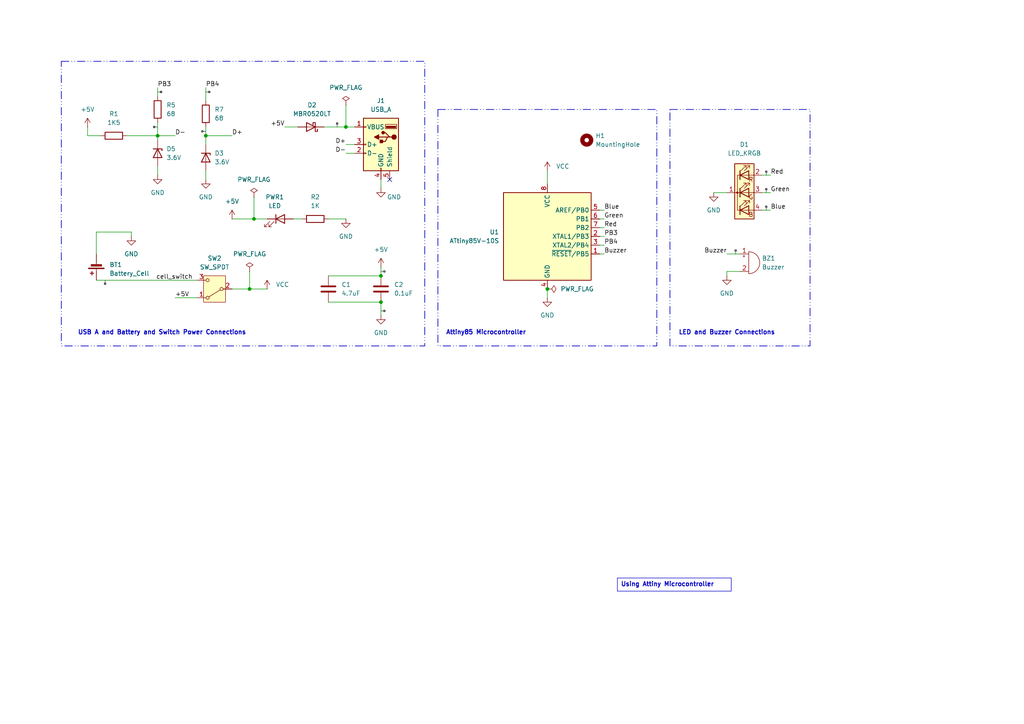
<source format=kicad_sch>
(kicad_sch (version 20231120) (generator "eeschema") (generator_version "8.0")
  (paper "A4")
  (title_block (title "Programmable RGB and Buzzer with USB") (date "2024-07-05") (rev "v.01") (company "Vaibhav Nrupnarayan"))
  (lib_symbols
    (symbol "Connector:USB_A" (pin_names (offset 1.016))
      (property "Reference" "J" (at -5.08 11.43 0))
      (property "Value" "USB_A" (at -5.08 8.89 0))
      (symbol "USB_A_0_1"
        (rectangle (start -5.08 -7.62) (end 5.08 7.62) (stroke (width 0.254)) (fill (type background)))
        (circle (center -3.81 2.159) (radius 0.635) (stroke (width 0.254)) (fill (type outline)))
        (rectangle (start -1.524 4.826) (end -4.318 5.334) (fill (type outline)))
        (rectangle (start -1.27 4.572) (end -4.572 5.842))
        (circle (center -0.635 3.429) (radius 0.381) (stroke (width 0.254)) (fill (type outline)))
        (rectangle (start -0.127 -7.62) (end 0.127 -6.858))
        (polyline (pts (xy -3.175 2.159) (xy -2.54 2.159) (xy -1.27 3.429) (xy -0.635 3.429)) (stroke (width 0.254)))
        (polyline (pts (xy -2.54 2.159) (xy -1.905 2.159) (xy -1.27 0.889) (xy 0 0.889)) (stroke (width 0.254)))
        (polyline (pts (xy 0.635 2.794) (xy 0.635 1.524) (xy 1.905 2.159) (xy 0.635 2.794)) (stroke (width 0.254)) (fill (type outline)))
        (rectangle (start 0.254 1.27) (end -0.508 0.508) (stroke (width 0.254)) (fill (type outline)))
        (rectangle (start 5.08 -2.667) (end 4.318 -2.413))
        (rectangle (start 5.08 -0.127) (end 4.318 0.127))
        (rectangle (start 5.08 4.953) (end 4.318 5.207))
      )
      (symbol "USB_A_1_1"
        (polyline (pts (xy -1.905 2.159) (xy 0.635 2.159)) (stroke (width 0.254)))
        (pin power_in line (at 7.62 5.08 180) (length 2.54) (name "VBUS") (number "1"))
        (pin bidirectional line (at 7.62 -2.54 180) (length 2.54) (name "D-") (number "2"))
        (pin bidirectional line (at 7.62 0 180) (length 2.54) (name "D+") (number "3"))
        (pin power_in line (at 0 -10.16 90) (length 2.54) (name "GND") (number "4"))
        (pin passive line (at -2.54 -10.16 90) (length 2.54) (name "Shield") (number "5"))
      )
    )
    (symbol "Device:Battery_Cell" (pin_numbers hide) (pin_names (offset 0) hide)
      (property "Reference" "BT" (at 2.54 2.54 0))
      (property "Value" "Battery_Cell" (at 2.54 0 0))
      (symbol "Battery_Cell_0_1"
        (rectangle (start -2.286 1.778) (end 2.286 1.524) (fill (type outline)))
        (rectangle (start -1.524 1.016) (end 1.524 0.508) (fill (type outline)))
        (polyline (pts (xy 0 0.762) (xy 0 0)))
        (polyline (pts (xy 0 1.778) (xy 0 2.54)))
        (polyline (pts (xy 0.762 3.048) (xy 1.778 3.048)) (stroke (width 0.254)))
        (polyline (pts (xy 1.27 3.556) (xy 1.27 2.54)) (stroke (width 0.254)))
      )
      (symbol "Battery_Cell_1_1"
        (pin passive line (at 0 5.08 270) (length 2.54) (name "+") (number "1"))
        (pin passive line (at 0 -2.54 90) (length 2.54) (name "-") (number "2"))
      )
    )
    (symbol "Device:Buzzer" (pin_names (offset 0.0254) hide)
      (property "Reference" "BZ" (at 3.81 1.27 0))
      (property "Value" "Buzzer" (at 3.81 -1.27 0))
      (symbol "Buzzer_0_1"
        (arc (start 0 -3.175) (mid 3.1612 0) (end 0 3.175))
        (polyline (pts (xy -1.651 1.905) (xy -1.143 1.905)))
        (polyline (pts (xy -1.397 2.159) (xy -1.397 1.651)))
        (polyline (pts (xy 0 3.175) (xy 0 -3.175)))
      )
      (symbol "Buzzer_1_1"
        (pin passive line (at -2.54 2.54 0) (length 2.54) (name "+") (number "1"))
        (pin passive line (at -2.54 -2.54 0) (length 2.54) (name "-") (number "2"))
      )
    )
    (symbol "Device:C" (pin_numbers hide) (pin_names (offset 0.254))
      (property "Reference" "C" (at 0.635 2.54 0))
      (property "Value" "C" (at 0.635 -2.54 0))
      (symbol "C_0_1"
        (polyline (pts (xy -2.032 -0.762) (xy 2.032 -0.762)) (stroke (width 0.508)))
        (polyline (pts (xy -2.032 0.762) (xy 2.032 0.762)) (stroke (width 0.508)))
      )
      (symbol "C_1_1"
        (pin passive line (at 0 3.81 270) (length 2.794) (name "~") (number "1"))
        (pin passive line (at 0 -3.81 90) (length 2.794) (name "~") (number "2"))
      )
    )
    (symbol "Device:D_Zener" (pin_numbers hide) (pin_names (offset 1.016) hide)
      (property "Reference" "D" (at 0 2.54 0))
      (property "Value" "D_Zener" (at 0 -2.54 0))
      (symbol "D_Zener_0_1"
        (polyline (pts (xy 1.27 0) (xy -1.27 0)))
        (polyline (pts (xy -1.27 -1.27) (xy -1.27 1.27) (xy -0.762 1.27)) (stroke (width 0.254)))
        (polyline (pts (xy 1.27 -1.27) (xy 1.27 1.27) (xy -1.27 0) (xy 1.27 -1.27)) (stroke (width 0.254)))
      )
      (symbol "D_Zener_1_1"
        (pin passive line (at -3.81 0 0) (length 2.54) (name "K") (number "1"))
        (pin passive line (at 3.81 0 180) (length 2.54) (name "A") (number "2"))
      )
    )
    (symbol "Device:LED" (pin_numbers hide) (pin_names (offset 1.016) hide)
      (property "Reference" "D" (at 0 2.54 0))
      (property "Value" "LED" (at 0 -2.54 0))
      (symbol "LED_0_1"
        (polyline (pts (xy -1.27 -1.27) (xy -1.27 1.27)) (stroke (width 0.254)))
        (polyline (pts (xy -1.27 0) (xy 1.27 0)))
        (polyline (pts (xy 1.27 -1.27) (xy 1.27 1.27) (xy -1.27 0) (xy 1.27 -1.27)) (stroke (width 0.254)))
        (polyline (pts (xy -3.048 -0.762) (xy -4.572 -2.286) (xy -3.81 -2.286) (xy -4.572 -2.286) (xy -4.572 -1.524)))
        (polyline (pts (xy -1.778 -0.762) (xy -3.302 -2.286) (xy -2.54 -2.286) (xy -3.302 -2.286) (xy -3.302 -1.524)))
      )
      (symbol "LED_1_1"
        (pin passive line (at -3.81 0 0) (length 2.54) (name "K") (number "1"))
        (pin passive line (at 3.81 0 180) (length 2.54) (name "A") (number "2"))
      )
    )
    (symbol "Device:LED_KRGB" (pin_names (offset 0) hide)
      (property "Reference" "D" (at 0 9.398 0))
      (property "Value" "LED_KRGB" (at 0 -8.89 0))
      (symbol "LED_KRGB_0_0"
        (text "B" (at 1.905 -6.35 0) (effects (font (size 1.27 1.27))))
        (text "G" (at 1.905 -1.27 0) (effects (font (size 1.27 1.27))))
        (text "R" (at 1.905 3.81 0) (effects (font (size 1.27 1.27))))
      )
      (symbol "LED_KRGB_0_1"
        (circle (center -2.032 0) (radius 0.254) (fill (type outline)))
        (polyline (pts (xy -1.27 -5.08) (xy 1.27 -5.08)))
        (polyline (pts (xy -1.27 -3.81) (xy -1.27 -6.35)) (stroke (width 0.254)))
        (polyline (pts (xy -1.27 0) (xy -2.54 0)))
        (polyline (pts (xy -1.27 1.27) (xy -1.27 -1.27)) (stroke (width 0.254)))
        (polyline (pts (xy -1.27 5.08) (xy 1.27 5.08)))
        (polyline (pts (xy -1.27 6.35) (xy -1.27 3.81)) (stroke (width 0.254)))
        (polyline (pts (xy 1.27 -5.08) (xy 2.54 -5.08)))
        (polyline (pts (xy 1.27 0) (xy -1.27 0)))
        (polyline (pts (xy 1.27 0) (xy 2.54 0)))
        (polyline (pts (xy 1.27 5.08) (xy 2.54 5.08)))
        (polyline (pts (xy -1.27 1.27) (xy -1.27 -1.27) (xy -1.27 -1.27)))
        (polyline (pts (xy -1.27 6.35) (xy -1.27 3.81) (xy -1.27 3.81)))
        (polyline (pts (xy -1.27 5.08) (xy -2.032 5.08) (xy -2.032 -5.08) (xy -1.016 -5.08)))
        (polyline (pts (xy 1.27 -3.81) (xy 1.27 -6.35) (xy -1.27 -5.08) (xy 1.27 -3.81)) (stroke (width 0.254)))
        (polyline (pts (xy 1.27 1.27) (xy 1.27 -1.27) (xy -1.27 0) (xy 1.27 1.27)) (stroke (width 0.254)))
        (polyline (pts (xy 1.27 6.35) (xy 1.27 3.81) (xy -1.27 5.08) (xy 1.27 6.35)) (stroke (width 0.254)))
        (polyline (pts (xy -1.016 -3.81) (xy 0.508 -2.286) (xy -0.254 -2.286) (xy 0.508 -2.286) (xy 0.508 -3.048)))
        (polyline (pts (xy -1.016 1.27) (xy 0.508 2.794) (xy -0.254 2.794) (xy 0.508 2.794) (xy 0.508 2.032)))
        (polyline (pts (xy -1.016 6.35) (xy 0.508 7.874) (xy -0.254 7.874) (xy 0.508 7.874) (xy 0.508 7.112)))
        (polyline (pts (xy 0 -3.81) (xy 1.524 -2.286) (xy 0.762 -2.286) (xy 1.524 -2.286) (xy 1.524 -3.048)))
        (polyline (pts (xy 0 1.27) (xy 1.524 2.794) (xy 0.762 2.794) (xy 1.524 2.794) (xy 1.524 2.032)))
        (polyline (pts (xy 0 6.35) (xy 1.524 7.874) (xy 0.762 7.874) (xy 1.524 7.874) (xy 1.524 7.112)))
        (rectangle (start 1.27 -1.27) (end 1.27 1.27))
        (rectangle (start 1.27 1.27) (end 1.27 1.27))
        (rectangle (start 1.27 3.81) (end 1.27 6.35))
        (rectangle (start 1.27 6.35) (end 1.27 6.35))
        (rectangle (start 2.794 8.382) (end -2.794 -7.62) (stroke (width 0.254)) (fill (type background)))
      )
      (symbol "LED_KRGB_1_1"
        (pin passive line (at -5.08 0 0) (length 2.54) (name "K") (number "1"))
        (pin passive line (at 5.08 5.08 180) (length 2.54) (name "RA") (number "2"))
        (pin passive line (at 5.08 0 180) (length 2.54) (name "GA") (number "3"))
        (pin passive line (at 5.08 -5.08 180) (length 2.54) (name "BA") (number "4"))
      )
    )
    (symbol "Device:R" (pin_numbers hide) (pin_names (offset 0))
      (property "Reference" "R" (at 2.032 0 90))
      (property "Value" "R" (at 0 0 90))
      (symbol "R_0_1"
        (rectangle (start -1.016 -2.54) (end 1.016 2.54) (stroke (width 0.254)))
      )
      (symbol "R_1_1"
        (pin passive line (at 0 3.81 270) (length 1.27) (name "~") (number "1"))
        (pin passive line (at 0 -3.81 90) (length 1.27) (name "~") (number "2"))
      )
    )
    (symbol "Diode:MBR0520LT" (pin_numbers hide) (pin_names (offset 1.016) hide)
      (property "Reference" "D" (at 0 2.54 0))
      (property "Value" "MBR0520LT" (at 0 -2.54 0))
      (symbol "MBR0520LT_0_1"
        (polyline (pts (xy 1.27 0) (xy -1.27 0)))
        (polyline (pts (xy 1.27 1.27) (xy 1.27 -1.27) (xy -1.27 0) (xy 1.27 1.27)) (stroke (width 0.254)))
        (polyline (pts (xy -1.905 0.635) (xy -1.905 1.27) (xy -1.27 1.27) (xy -1.27 -1.27) (xy -0.635 -1.27) (xy -0.635 -0.635)) (stroke (width 0.254)))
      )
      (symbol "MBR0520LT_1_1"
        (pin passive line (at -3.81 0 0) (length 2.54) (name "K") (number "1"))
        (pin passive line (at 3.81 0 180) (length 2.54) (name "A") (number "2"))
      )
    )
    (symbol "MCU_Microchip_ATtiny:ATtiny85V-10S"
      (property "Reference" "U" (at -12.7 13.97 0))
      (property "Value" "ATtiny85V-10S" (at 2.54 -13.97 0))
      (symbol "ATtiny85V-10S_0_1"
        (rectangle (start -12.7 -12.7) (end 12.7 12.7) (stroke (width 0.254)) (fill (type background)))
      )
      (symbol "ATtiny85V-10S_1_1"
        (pin bidirectional line (at 15.24 -5.08 180) (length 2.54) (name "~{RESET}/PB5") (number "1"))
        (pin bidirectional line (at 15.24 0 180) (length 2.54) (name "XTAL1/PB3") (number "2"))
        (pin bidirectional line (at 15.24 -2.54 180) (length 2.54) (name "XTAL2/PB4") (number "3"))
        (pin power_in line (at 0 -15.24 90) (length 2.54) (name "GND") (number "4"))
        (pin bidirectional line (at 15.24 7.62 180) (length 2.54) (name "AREF/PB0") (number "5"))
        (pin bidirectional line (at 15.24 5.08 180) (length 2.54) (name "PB1") (number "6"))
        (pin bidirectional line (at 15.24 2.54 180) (length 2.54) (name "PB2") (number "7"))
        (pin power_in line (at 0 15.24 270) (length 2.54) (name "VCC") (number "8"))
      )
    )
    (symbol "Mechanical:MountingHole" (pin_names (offset 1.016)) (exclude_from_sim yes) (in_bom no)
      (property "Reference" "H" (at 0 5.08 0))
      (property "Value" "MountingHole" (at 0 3.175 0))
      (symbol "MountingHole_0_1"
        (circle (center 0 0) (radius 1.27) (stroke (width 1.27)))
      )
    )
    (symbol "Switch:SW_SPDT" (pin_names (offset 0) hide)
      (property "Reference" "SW" (at 0 5.08 0))
      (property "Value" "SW_SPDT" (at 0 -5.08 0))
      (symbol "SW_SPDT_0_1"
        (circle (center -2.032 0) (radius 0.4572))
        (polyline (pts (xy -1.651 0.254) (xy 1.651 2.286)))
        (circle (center 2.032 -2.54) (radius 0.4572))
        (circle (center 2.032 2.54) (radius 0.4572))
      )
      (symbol "SW_SPDT_1_1"
        (rectangle (start -3.175 3.81) (end 3.175 -3.81) (fill (type background)))
        (pin passive line (at 5.08 2.54 180) (length 2.54) (name "A") (number "1"))
        (pin passive line (at -5.08 0 0) (length 2.54) (name "B") (number "2"))
        (pin passive line (at 5.08 -2.54 180) (length 2.54) (name "C") (number "3"))
      )
    )
    (symbol "power:+3.3V" (power) (pin_numbers hide) (pin_names (offset 0) hide)
      (property "Value" "+3.3V" (at 0 3.556 0))
      (symbol "+3.3V_0_1"
        (polyline (pts (xy -0.762 1.27) (xy 0 2.54)))
        (polyline (pts (xy 0 0) (xy 0 2.54)))
        (polyline (pts (xy 0 2.54) (xy 0.762 1.27)))
      )
      (symbol "+3.3V_1_1"
        (pin power_in line (at 0 0 90) (length 0) (name "~") (number "1"))
      )
    )
    (symbol "power:+5V" (power) (pin_numbers hide) (pin_names (offset 0) hide)
      (property "Value" "+5V" (at 0 3.556 0))
      (symbol "+5V_0_1"
        (polyline (pts (xy -0.762 1.27) (xy 0 2.54)))
        (polyline (pts (xy 0 0) (xy 0 2.54)))
        (polyline (pts (xy 0 2.54) (xy 0.762 1.27)))
      )
      (symbol "+5V_1_1"
        (pin power_in line (at 0 0 90) (length 0) (name "~") (number "1"))
      )
    )
    (symbol "power:GND" (power) (pin_numbers hide) (pin_names (offset 0) hide)
      (property "Value" "GND" (at 0 -3.81 0))
      (symbol "GND_0_1"
        (polyline (pts (xy 0 0) (xy 0 -1.27) (xy 1.27 -1.27) (xy 0 -2.54) (xy -1.27 -1.27) (xy 0 -1.27)))
      )
      (symbol "GND_1_1"
        (pin power_in line (at 0 0 270) (length 0) (name "~") (number "1"))
      )
    )
    (symbol "power:PWR_FLAG" (power) (pin_numbers hide) (pin_names (offset 0) hide)
      (property "Value" "PWR_FLAG" (at 0 3.81 0))
      (symbol "PWR_FLAG_0_0"
        (pin power_out line (at 0 0 90) (length 0) (name "~") (number "1"))
      )
      (symbol "PWR_FLAG_0_1"
        (polyline (pts (xy 0 0) (xy 0 1.27) (xy -1.016 1.905) (xy 0 2.54) (xy 1.016 1.905) (xy 0 1.27)))
      )
    )
  )
  (junction (at 72.39 83.82))
  (junction (at 110.49 80.01))
  (junction (at 100.33 36.83))
  (junction (at 59.69 39.37))
  (junction (at 158.75 83.82))
  (junction (at 110.49 87.63))
  (junction (at 73.66 63.5))
  (junction (at 45.72 39.37))
  (no_connect (at 113.03 52.07))
  (wire (pts (xy 210.82 73.66) (xy 214.63 73.66)))
  (wire (pts (xy 45.72 39.37) (xy 45.72 40.64)))
  (wire (pts (xy 59.69 39.37) (xy 67.31 39.37)))
  (wire (pts (xy 207.01 55.88) (xy 210.82 55.88)))
  (wire (pts (xy 72.39 83.82) (xy 77.47 83.82)))
  (wire (pts (xy 173.99 71.12) (xy 175.26 71.12)))
  (wire (pts (xy 100.33 44.45) (xy 102.87 44.45)))
  (wire (pts (xy 100.33 41.91) (xy 102.87 41.91)))
  (wire (pts (xy 110.49 77.47) (xy 110.49 80.01)))
  (wire (pts (xy 158.75 83.82) (xy 158.75 86.36)))
  (wire (pts (xy 173.99 73.66) (xy 175.26 73.66)))
  (wire (pts (xy 173.99 66.04) (xy 175.26 66.04)))
  (wire (pts (xy 45.72 35.56) (xy 45.72 39.37)))
  (wire (pts (xy 110.49 87.63) (xy 110.49 91.44)))
  (wire (pts (xy 45.72 48.26) (xy 45.72 50.8)))
  (wire (pts (xy 95.25 63.5) (xy 100.33 63.5)))
  (wire (pts (xy 59.69 39.37) (xy 59.69 41.91)))
  (wire (pts (xy 38.1 67.31) (xy 38.1 68.58)))
  (wire (pts (xy 85.09 63.5) (xy 87.63 63.5)))
  (wire (pts (xy 223.52 50.8) (xy 220.98 50.8)))
  (wire (pts (xy 67.31 83.82) (xy 72.39 83.82)))
  (wire (pts (xy 27.94 67.31) (xy 27.94 73.66)))
  (wire (pts (xy 59.69 49.53) (xy 59.69 52.07)))
  (wire (pts (xy 175.26 60.96) (xy 173.99 60.96)))
  (wire (pts (xy 45.72 25.4) (xy 45.72 27.94)))
  (wire (pts (xy 25.4 39.37) (xy 29.21 39.37)))
  (wire (pts (xy 210.82 78.74) (xy 214.63 78.74)))
  (wire (pts (xy 173.99 68.58) (xy 175.26 68.58)))
  (wire (pts (xy 27.94 81.28) (xy 57.15 81.28)))
  (wire (pts (xy 73.66 63.5) (xy 77.47 63.5)))
  (wire (pts (xy 95.25 80.01) (xy 110.49 80.01)))
  (wire (pts (xy 100.33 30.48) (xy 100.33 36.83)))
  (wire (pts (xy 95.25 87.63) (xy 110.49 87.63)))
  (wire (pts (xy 50.8 86.36) (xy 57.15 86.36)))
  (wire (pts (xy 82.55 36.83) (xy 86.36 36.83)))
  (wire (pts (xy 59.69 25.4) (xy 59.69 29.21)))
  (wire (pts (xy 36.83 39.37) (xy 45.72 39.37)))
  (wire (pts (xy 27.94 67.31) (xy 38.1 67.31)))
  (wire (pts (xy 67.31 63.5) (xy 73.66 63.5)))
  (wire (pts (xy 110.49 52.07) (xy 110.49 54.61)))
  (wire (pts (xy 173.99 63.5) (xy 175.26 63.5)))
  (wire (pts (xy 45.72 39.37) (xy 50.8 39.37)))
  (wire (pts (xy 59.69 36.83) (xy 59.69 39.37)))
  (wire (pts (xy 158.75 49.53) (xy 158.75 53.34)))
  (wire (pts (xy 72.39 78.74) (xy 72.39 83.82)))
  (wire (pts (xy 210.82 78.74) (xy 210.82 80.01)))
  (wire (pts (xy 100.33 36.83) (xy 102.87 36.83)))
  (wire (pts (xy 25.4 36.83) (xy 25.4 39.37)))
  (wire (pts (xy 223.52 60.96) (xy 220.98 60.96)))
  (wire (pts (xy 93.98 36.83) (xy 100.33 36.83)))
  (wire (pts (xy 223.52 55.88) (xy 220.98 55.88)))
  (wire (pts (xy 73.66 57.15) (xy 73.66 63.5)))
  (rectangle (start 194.31 31.75) (end 234.95 100.33) (stroke (width 0.2) (type dash_dot_dot)))
  (rectangle (start 127 31.75) (end 190.5 100.33) (stroke (width 0.2) (type dash_dot_dot)))
  (rectangle (start 17.78 17.78) (end 123.19 100.33) (stroke (width 0.2) (type dash_dot_dot)))
  (text_box "Using Attiny Microcontroller\n" (at 179.07 167.64 0) (size 33.02 3.81) (effects (font (size 1.27 1.27) (bold yes)) (justify left top)))
  (text "Attiny85 Microcontroller\n" (at 140.97 96.52 0) (effects (font (size 1.27 1.27) (thickness 0.254) (bold yes))))
  (text "USB A and Battery and Switch Power Connections\n" (at 46.99 96.52 0) (effects (font (size 1.27 1.27) (bold yes))))
  (text "LED and Buzzer Connections" (at 210.82 96.52 0) (effects (font (size 1.27 1.27) (bold yes))))
  (label "Green" (at 175.26 63.5 0))
  (label "PB3" (at 175.26 68.58 0))
  (label "PB4" (at 175.26 71.12 0))
  (label "PB3" (at 45.72 25.4 0))
  (label "Buzzer" (at 175.26 73.66 0))
  (label "Green" (at 223.52 55.88 0))
  (label "D-" (at 100.33 44.45 180))
  (label "cell_switch" (at 55.88 81.28 180))
  (label "Blue" (at 223.52 60.96 0))
  (label "PB4" (at 59.69 25.4 0))
  (label "Red" (at 223.52 50.8 0))
  (label "D+" (at 67.31 39.37 0))
  (label "Blue" (at 175.26 60.96 0))
  (label "D+" (at 100.33 41.91 180))
  (label "+5V" (at 82.55 36.83 180))
  (label "+5V" (at 50.8 86.36 0))
  (label "Buzzer" (at 210.82 73.66 180))
  (label "Red" (at 175.26 66.04 0))
  (label "D-" (at 50.8 39.37 0))
  (netclass_flag "" (length 1) (shape dot) (at 222.25 55.88 0) (property "Netclass" "signal" (effects (hide yes))))
  (netclass_flag "" (length 1) (shape dot) (at 97.79 36.83 0) (property "Netclass" "power" (effects (hide yes))))
  (netclass_flag "" (length 1) (shape dot) (at 213.36 73.66 0) (property "Netclass" "signal" (effects (hide yes))))
  (netclass_flag "" (length 1) (shape dot) (at 59.69 38.1 90) (property "Netclass" "signal" (effects (hide yes))))
  (netclass_flag "" (length 1) (shape dot) (at 110.49 78.74 270) (property "Netclass" "power" (effects (hide yes))))
  (netclass_flag "" (length 1) (shape dot) (at 222.25 50.8 0) (property "Netclass" "signal" (effects (hide yes))))
  (netclass_flag "" (length 1) (shape dot) (at 45.72 36.83 90) (property "Netclass" "signal" (effects (hide yes))))
  (netclass_flag "" (length 1) (shape dot) (at 45.72 26.67 270) (property "Netclass" "signal" (effects (hide yes))))
  (netclass_flag "" (length 1) (shape dot) (at 110.49 90.17 270) (property "Netclass" "power" (effects (hide yes))))
  (netclass_flag "" (length 1) (shape dot) (at 30.48 81.28 180) (property "Netclass" "power" (effects (hide yes))))
  (netclass_flag "" (length 1) (shape dot) (at 222.25 60.96 0) (property "Netclass" "signal" (effects (hide yes))))
  (netclass_flag "" (length 1) (shape dot) (at 59.69 26.67 270) (property "Netclass" "signal" (effects (hide yes))))
  (symbol (lib_id "Device:R") (at 33.02 39.37 90) (unit 1)
    (property "Reference" "R1" (at 33.02 33.02 90))
    (property "Value" "1K5" (at 33.02 35.56 90))
    (property "Footprint" "Resistor_SMD:R_0805_2012Metric" (effects (hide yes)))
    (property "Description" "Resistor" (effects (hide yes)))
  )
  (symbol (lib_id "power:PWR_FLAG") (at 73.66 57.15 0) (unit 1)
    (property "Reference" "#FLG03" (effects (hide yes)))
    (property "Value" "PWR_FLAG" (at 73.66 52.07 0))
    (property "Description" "Special symbol for telling ERC where power comes from" (effects (hide yes)))
  )
  (symbol (lib_id "MCU_Microchip_ATtiny:ATtiny85V-10S") (at 158.75 68.58 0) (unit 1)
    (property "Reference" "U1" (at 144.78 67.3099 0) (effects (justify right)))
    (property "Value" "ATtiny85V-10S" (at 144.78 69.8499 0) (effects (justify right)))
    (property "Footprint" "Package_SO:SOIC-8W_5.3x5.3mm_P1.27mm" (effects (hide yes)))
    (property "Datasheet" "http://ww1.microchip.com/downloads/en/DeviceDoc/atmel-2586-avr-8-bit-microcontroller-attiny25-attiny45-attiny85_datasheet.pdf" (effects (hide yes)))
    (property "Description" "10MHz, 8kB Flash, 512B SRAM, 512B EEPROM, debugWIRE, SOIC-8W" (effects (hide yes)))
  )
  (symbol (lib_id "Device:LED") (at 81.28 63.5 0) (unit 1)
    (property "Reference" "PWR1" (at 79.6925 57.15 0))
    (property "Value" "LED" (at 79.6925 59.69 0))
    (property "Footprint" "LED_SMD:LED_0805_2012Metric" (effects (hide yes)))
    (property "Description" "Light emitting diode" (effects (hide yes)))
  )
  (symbol (lib_id "power:+3.3V") (at 158.75 49.53 0) (unit 1)
    (property "Reference" "#PWR03" (effects (hide yes)))
    (property "Value" "VCC" (at 161.29 48.2599 0) (effects (justify left)))
    (property "Description" "Power symbol creates a global label with name \"+3.3V\"" (effects (hide yes)))
  )
  (symbol (lib_id "Device:D_Zener") (at 45.72 44.45 270) (unit 1)
    (property "Reference" "D5" (at 48.26 43.1799 90) (effects (justify left)))
    (property "Value" "3.6V" (at 48.26 45.7199 90) (effects (justify left)))
    (property "Footprint" "Diode_SMD:D_1206_3216Metric" (effects (hide yes)))
    (property "Description" "Zener diode" (effects (hide yes)))
  )
  (symbol (lib_id "Device:C") (at 95.25 83.82 0) (unit 1)
    (property "Reference" "C1" (at 99.06 82.5499 0) (effects (justify left)))
    (property "Value" "4.7uF" (at 99.06 85.0899 0) (effects (justify left)))
    (property "Footprint" "Capacitor_SMD:C_0805_2012Metric" (effects (hide yes)))
    (property "Description" "Unpolarized capacitor" (effects (hide yes)))
  )
  (symbol (lib_id "power:+5V") (at 110.49 77.47 0) (unit 1)
    (property "Reference" "#PWR013" (effects (hide yes)))
    (property "Value" "+5V" (at 110.49 72.39 0))
    (property "Description" "Power symbol creates a global label with name \"+5V\"" (effects (hide yes)))
  )
  (symbol (lib_id "Device:LED_KRGB") (at 215.9 55.88 0) (unit 1)
    (property "Reference" "D1" (at 215.9 41.91 0))
    (property "Value" "LED_KRGB" (at 215.9 44.45 0))
    (property "Footprint" "LED_THT:LED_D5.0mm-4_RGB" (effects (hide yes)))
    (property "Description" "RGB LED, cathode/red/green/blue" (effects (hide yes)))
  )
  (symbol (lib_id "power:+5V") (at 67.31 63.5 0) (unit 1)
    (property "Reference" "#PWR012" (effects (hide yes)))
    (property "Value" "+5V" (at 67.31 58.42 0))
    (property "Description" "Power symbol creates a global label with name \"+5V\"" (effects (hide yes)))
  )
  (symbol (lib_id "Device:Buzzer") (at 217.17 76.2 0) (unit 1)
    (property "Reference" "BZ1" (at 220.98 74.9299 0) (effects (justify left)))
    (property "Value" "Buzzer" (at 220.98 77.4699 0) (effects (justify left)))
    (property "Footprint" "Buzzer_Beeper:MagneticBuzzer_ProSignal_ABT-410-RC" (effects (hide yes)))
    (property "Description" "Buzzer, polarized" (effects (hide yes)))
  )
  (symbol (lib_id "Connector:USB_A") (at 110.49 41.91 0) (mirror y) (unit 1)
    (property "Reference" "J1" (at 110.49 29.21 0))
    (property "Value" "USB_A" (at 110.49 31.75 0))
    (property "Footprint" "custom_usbA_onPCB:USBonPCB" (effects (hide yes)))
    (property "Datasheet" " ~" (effects (hide yes)))
    (property "Description" "USB Type A connector" (effects (hide yes)))
  )
  (symbol (lib_id "Mechanical:MountingHole") (at 170.18 40.64 0) (unit 1) (exclude_from_sim yes) (in_bom no)
    (property "Reference" "H1" (at 172.72 39.3699 0) (effects (justify left)))
    (property "Value" "MountingHole" (at 172.72 41.9099 0) (effects (justify left)))
    (property "Footprint" "MountingHole:MountingHole_4.3mm_M4" (effects (hide yes)))
    (property "Description" "Mounting Hole without connection" (effects (hide yes)))
  )
  (symbol (lib_id "power:+3.3V") (at 77.47 83.82 0) (unit 1)
    (property "Reference" "#PWR02" (effects (hide yes)))
    (property "Value" "VCC" (at 80.01 82.5499 0) (effects (justify left)))
    (property "Description" "Power symbol creates a global label with name \"+3.3V\"" (effects (hide yes)))
  )
  (symbol (lib_id "power:GND") (at 207.01 55.88 0) (unit 1)
    (property "Reference" "#PWR08" (effects (hide yes)))
    (property "Value" "GND" (at 207.01 60.96 0))
    (property "Description" "Power symbol creates a global label with name \"GND\" , ground" (effects (hide yes)))
  )
  (symbol (lib_id "power:PWR_FLAG") (at 158.75 83.82 270) (unit 1)
    (property "Reference" "#FLG02" (effects (hide yes)))
    (property "Value" "PWR_FLAG" (at 162.56 83.8199 90) (effects (justify left)))
    (property "Description" "Special symbol for telling ERC where power comes from" (effects (hide yes)))
  )
  (symbol (lib_id "Device:Battery_Cell") (at 27.94 76.2 180) (unit 1)
    (property "Reference" "BT1" (at 31.75 76.7714 0) (effects (justify right)))
    (property "Value" "Battery_Cell" (at 31.75 79.3114 0) (effects (justify right)))
    (property "Footprint" "22BatteryHoldercoincell_S8411-45R:S8411-45R_1" (effects (hide yes)))
    (property "Description" "Single-cell battery" (effects (hide yes)))
  )
  (symbol (lib_id "Device:C") (at 110.49 83.82 0) (unit 1)
    (property "Reference" "C2" (at 114.3 82.5499 0) (effects (justify left)))
    (property "Value" "0.1uF" (at 114.3 85.0899 0) (effects (justify left)))
    (property "Footprint" "Capacitor_SMD:C_0805_2012Metric" (effects (hide yes)))
    (property "Description" "Unpolarized capacitor" (effects (hide yes)))
  )
  (symbol (lib_id "power:GND") (at 158.75 86.36 0) (unit 1)
    (property "Reference" "#PWR06" (effects (hide yes)))
    (property "Value" "GND" (at 158.75 91.44 0))
    (property "Description" "Power symbol creates a global label with name \"GND\" , ground" (effects (hide yes)))
  )
  (symbol (lib_id "power:GND") (at 100.33 63.5 0) (unit 1)
    (property "Reference" "#PWR05" (effects (hide yes)))
    (property "Value" "GND" (at 100.33 68.58 0))
    (property "Description" "Power symbol creates a global label with name \"GND\" , ground" (effects (hide yes)))
  )
  (symbol (lib_id "Device:R") (at 45.72 31.75 0) (unit 1)
    (property "Reference" "R5" (at 48.26 30.4799 0) (effects (justify left)))
    (property "Value" "68" (at 48.26 33.0199 0) (effects (justify left)))
    (property "Footprint" "Resistor_SMD:R_0805_2012Metric" (effects (hide yes)))
    (property "Description" "Resistor" (effects (hide yes)))
  )
  (symbol (lib_id "Diode:MBR0520LT") (at 90.17 36.83 180) (unit 1)
    (property "Reference" "D2" (at 90.4875 30.48 0))
    (property "Value" "MBR0520LT" (at 90.4875 33.02 0))
    (property "Footprint" "Diode_SMD:D_SOD-123" (effects (hide yes)))
    (property "Datasheet" "http://www.onsemi.com/pub_link/Collateral/MBR0520LT1-D.PDF" (effects (hide yes)))
    (property "Description" "20V 0.5A Schottky Power Rectifier Diode, SOD-123" (effects (hide yes)))
  )
  (symbol (lib_id "Device:R") (at 59.69 33.02 0) (unit 1)
    (property "Reference" "R7" (at 62.23 31.7499 0) (effects (justify left)))
    (property "Value" "68" (at 62.23 34.2899 0) (effects (justify left)))
    (property "Footprint" "Resistor_SMD:R_0805_2012Metric" (effects (hide yes)))
    (property "Description" "Resistor" (effects (hide yes)))
  )
  (symbol (lib_id "power:GND") (at 110.49 54.61 0) (unit 1)
    (property "Reference" "#PWR07" (effects (hide yes)))
    (property "Value" "GND" (at 114.3 57.15 0))
    (property "Description" "Power symbol creates a global label with name \"GND\" , ground" (effects (hide yes)))
  )
  (symbol (lib_id "power:GND") (at 38.1 68.58 0) (unit 1)
    (property "Reference" "#PWR01" (effects (hide yes)))
    (property "Value" "GND" (at 38.1 73.66 0))
    (property "Description" "Power symbol creates a global label with name \"GND\" , ground" (effects (hide yes)))
  )
  (symbol (lib_id "power:GND") (at 45.72 50.8 0) (unit 1)
    (property "Reference" "#PWR09" (effects (hide yes)))
    (property "Value" "GND" (at 45.72 55.88 0))
    (property "Description" "Power symbol creates a global label with name \"GND\" , ground" (effects (hide yes)))
  )
  (symbol (lib_id "power:GND") (at 110.49 91.44 0) (unit 1)
    (property "Reference" "#PWR014" (effects (hide yes)))
    (property "Value" "GND" (at 110.49 96.52 0))
    (property "Description" "Power symbol creates a global label with name \"GND\" , ground" (effects (hide yes)))
  )
  (symbol (lib_id "Device:D_Zener") (at 59.69 45.72 270) (unit 1)
    (property "Reference" "D3" (at 62.23 44.4499 90) (effects (justify left)))
    (property "Value" "3.6V" (at 62.23 46.9899 90) (effects (justify left)))
    (property "Footprint" "Diode_SMD:D_1206_3216Metric" (effects (hide yes)))
    (property "Description" "Zener diode" (effects (hide yes)))
  )
  (symbol (lib_id "Switch:SW_SPDT") (at 62.23 83.82 180) (unit 1)
    (property "Reference" "SW2" (at 62.23 74.93 0))
    (property "Value" "SW_SPDT" (at 62.23 77.47 0))
    (property "Footprint" "Button_Switch_SMD:SW_SPDT_PCM12" (effects (hide yes)))
    (property "Description" "Switch, single pole double throw" (effects (hide yes)))
  )
  (symbol (lib_id "power:+5V") (at 25.4 36.83 0) (unit 1)
    (property "Reference" "#PWR04" (effects (hide yes)))
    (property "Value" "+5V" (at 25.4 31.75 0))
    (property "Description" "Power symbol creates a global label with name \"+5V\"" (effects (hide yes)))
  )
  (symbol (lib_id "power:GND") (at 210.82 80.01 0) (unit 1)
    (property "Reference" "#PWR011" (effects (hide yes)))
    (property "Value" "GND" (at 210.82 85.09 0))
    (property "Description" "Power symbol creates a global label with name \"GND\" , ground" (effects (hide yes)))
  )
  (symbol (lib_id "Device:R") (at 91.44 63.5 90) (unit 1)
    (property "Reference" "R2" (at 91.44 57.15 90))
    (property "Value" "1K" (at 91.44 59.69 90))
    (property "Footprint" "Resistor_SMD:R_0805_2012Metric" (effects (hide yes)))
    (property "Description" "Resistor" (effects (hide yes)))
  )
  (symbol (lib_id "power:GND") (at 59.69 52.07 0) (unit 1)
    (property "Reference" "#PWR010" (effects (hide yes)))
    (property "Value" "GND" (at 59.69 57.15 0))
    (property "Description" "Power symbol creates a global label with name \"GND\" , ground" (effects (hide yes)))
  )
  (symbol (lib_id "power:PWR_FLAG") (at 100.33 30.48 0) (unit 1)
    (property "Reference" "#FLG05" (effects (hide yes)))
    (property "Value" "PWR_FLAG" (at 100.33 25.4 0))
    (property "Description" "Special symbol for telling ERC where power comes from" (effects (hide yes)))
  )
  (symbol (lib_id "power:PWR_FLAG") (at 72.39 78.74 0) (unit 1)
    (property "Reference" "#FLG04" (effects (hide yes)))
    (property "Value" "PWR_FLAG" (at 72.39 73.66 0))
    (property "Description" "Special symbol for telling ERC where power comes from" (effects (hide yes)))
  )
)
</source>
